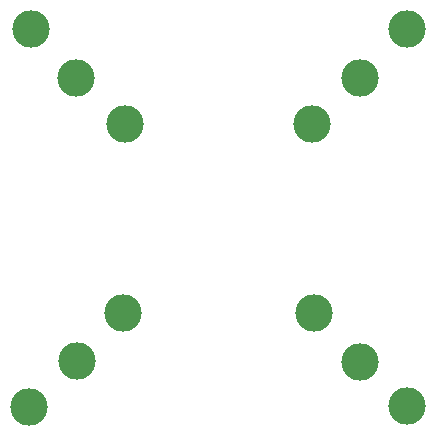
<source format=gbr>
G04 #@! TF.FileFunction,Paste,Top*
%FSLAX46Y46*%
G04 Gerber Fmt 4.6, Leading zero omitted, Abs format (unit mm)*
G04 Created by KiCad (PCBNEW 4.0.6) date 05/08/17 07:31:19*
%MOMM*%
%LPD*%
G01*
G04 APERTURE LIST*
%ADD10C,0.100000*%
%ADD11C,2.540000*%
%ADD12C,3.175000*%
G04 APERTURE END LIST*
D10*
D11*
X191385100Y-113854100D03*
D12*
X191385100Y-113854100D03*
D11*
X167376100Y-89819100D03*
D12*
X167376100Y-89819100D03*
D11*
X171471100Y-93697100D03*
D12*
X171471100Y-93697100D03*
D11*
X187502100Y-109665100D03*
D12*
X187502100Y-109665100D03*
D11*
X195380100Y-117611100D03*
D12*
X195380100Y-117611100D03*
D11*
X163489100Y-85661100D03*
D12*
X163489100Y-85661100D03*
D11*
X187325100Y-93674100D03*
D12*
X187325100Y-93674100D03*
D11*
X171340500Y-109691500D03*
D12*
X171340500Y-109691500D03*
D11*
X167453500Y-113766300D03*
D12*
X167453500Y-113766300D03*
D11*
X191409300Y-89803300D03*
D12*
X191409300Y-89803300D03*
D11*
X163367300Y-117645900D03*
D12*
X163367300Y-117645900D03*
D11*
X195379300Y-85678100D03*
D12*
X195379300Y-85678100D03*
M02*

</source>
